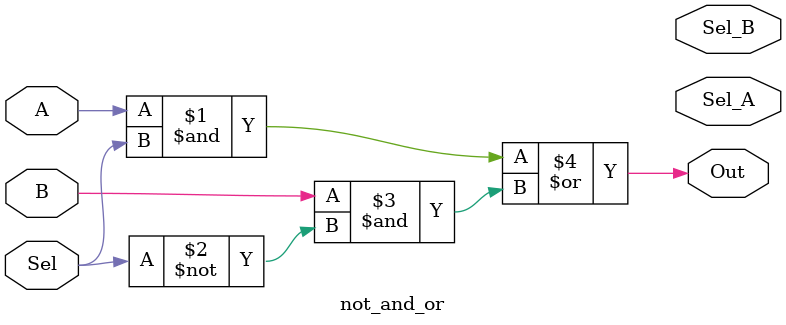
<source format=sv>
module not_and_or (input A, B, Sel, output Sel_A, Sel_B, Out);

assign Out = (A & Sel) | (B & ~Sel);

endmodule 
</source>
